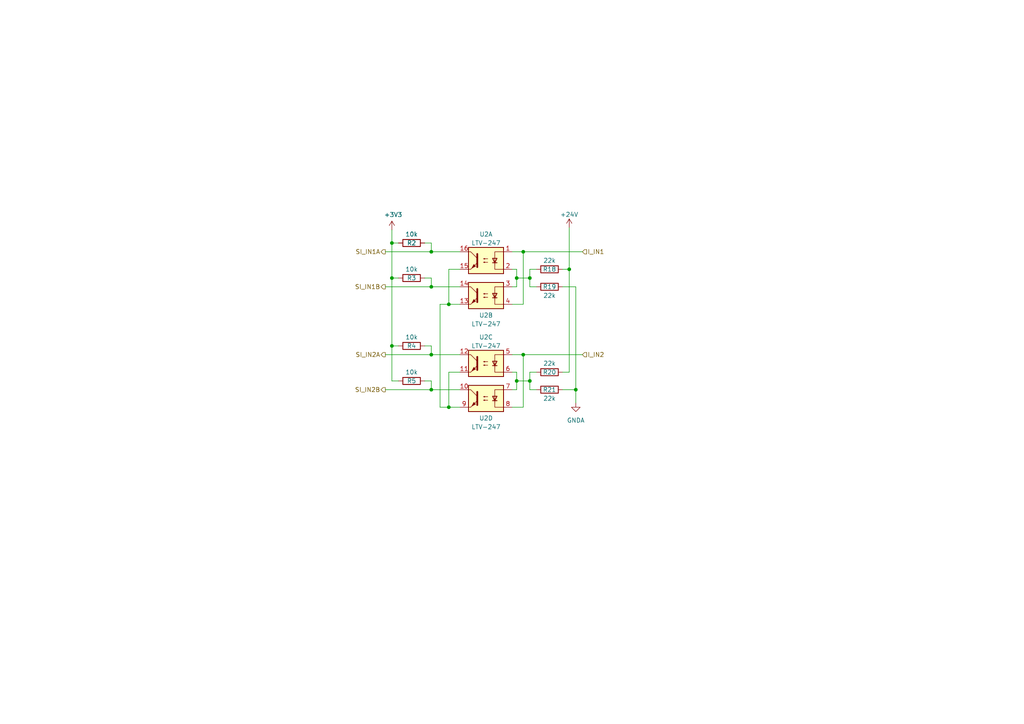
<source format=kicad_sch>
(kicad_sch (version 20230121) (generator eeschema)
  (paper "A4")
  (lib_symbols
    (symbol "Device:R" (pin_numbers hide) (pin_names (offset 0))
      (property "Reference" "R" (at 2.032 0 90))
      (property "Value" "R" (at 0 0 90))
      (symbol "R_0_1"
        (rectangle (start -1.016 -2.54) (end 1.016 2.54) (stroke (width 0.254)))
      )
      (symbol "R_1_1"
        (pin passive line (at 0 3.81 270) (length 1.27) (name "~") (number "1"))
        (pin passive line (at 0 -3.81 90) (length 1.27) (name "~") (number "2"))
      )
    )
    (symbol "Isolator:LTV-247"
      (property "Reference" "U" (at -5.08 5.08 0))
      (property "Value" "LTV-247" (at 0 5.08 0))
      (symbol "LTV-247_0_1"
        (rectangle (start -5.08 3.81) (end 5.08 -3.81) (stroke (width 0.254)) (fill (type background)))
        (polyline (pts (xy -3.175 -0.635) (xy -1.905 -0.635)) (stroke (width 0.254)))
        (polyline (pts (xy 2.54 0.635) (xy 4.445 2.54)))
        (polyline (pts (xy 4.445 -2.54) (xy 2.54 -0.635)) (fill (type outline)))
        (polyline (pts (xy 4.445 -2.54) (xy 5.08 -2.54)))
        (polyline (pts (xy 4.445 2.54) (xy 5.08 2.54)))
        (polyline (pts (xy -2.54 -0.635) (xy -2.54 -2.54) (xy -5.08 -2.54)))
        (polyline (pts (xy 2.54 1.905) (xy 2.54 -1.905) (xy 2.54 -1.905)) (stroke (width 0.508)))
        (polyline (pts (xy -5.08 2.54) (xy -2.54 2.54) (xy -2.54 -1.27) (xy -2.54 0.635)))
        (polyline (pts (xy -2.54 -0.635) (xy -3.175 0.635) (xy -1.905 0.635) (xy -2.54 -0.635)) (stroke (width 0.254)))
        (polyline (pts (xy -0.508 -0.508) (xy 0.762 -0.508) (xy 0.381 -0.635) (xy 0.381 -0.381) (xy 0.762 -0.508)))
        (polyline (pts (xy -0.508 0.508) (xy 0.762 0.508) (xy 0.381 0.381) (xy 0.381 0.635) (xy 0.762 0.508)))
        (polyline (pts (xy 3.048 -1.651) (xy 3.556 -1.143) (xy 4.064 -2.159) (xy 3.048 -1.651) (xy 3.048 -1.651)) (fill (type outline)))
      )
      (symbol "LTV-247_1_1"
        (pin passive line (at -7.62 2.54 0) (length 2.54) (name "~") (number "1"))
        (pin passive line (at 7.62 -2.54 180) (length 2.54) (name "~") (number "15"))
        (pin passive line (at 7.62 2.54 180) (length 2.54) (name "~") (number "16"))
        (pin passive line (at -7.62 -2.54 0) (length 2.54) (name "~") (number "2"))
      )
      (symbol "LTV-247_2_1"
        (pin passive line (at 7.62 -2.54 180) (length 2.54) (name "~") (number "13"))
        (pin passive line (at 7.62 2.54 180) (length 2.54) (name "~") (number "14"))
        (pin passive line (at -7.62 2.54 0) (length 2.54) (name "~") (number "3"))
        (pin passive line (at -7.62 -2.54 0) (length 2.54) (name "~") (number "4"))
      )
      (symbol "LTV-247_3_1"
        (pin passive line (at 7.62 -2.54 180) (length 2.54) (name "~") (number "11"))
        (pin passive line (at 7.62 2.54 180) (length 2.54) (name "~") (number "12"))
        (pin passive line (at -7.62 2.54 0) (length 2.54) (name "~") (number "5"))
        (pin passive line (at -7.62 -2.54 0) (length 2.54) (name "~") (number "6"))
      )
      (symbol "LTV-247_4_1"
        (pin passive line (at 7.62 2.54 180) (length 2.54) (name "~") (number "10"))
        (pin passive line (at -7.62 2.54 0) (length 2.54) (name "~") (number "7"))
        (pin passive line (at -7.62 -2.54 0) (length 2.54) (name "~") (number "8"))
        (pin passive line (at 7.62 -2.54 180) (length 2.54) (name "~") (number "9"))
      )
    )
    (symbol "door_if3_usb-rescue:+3.3V-power" (power) (pin_names (offset 0))
      (property "Value" "+3.3V-power" (at 0 3.556 0))
      (symbol "+3.3V-power_0_1"
        (polyline (pts (xy -0.762 1.27) (xy 0 2.54)))
        (polyline (pts (xy 0 0) (xy 0 2.54)))
        (polyline (pts (xy 0 2.54) (xy 0.762 1.27)))
      )
      (symbol "+3.3V-power_1_1"
        (pin power_in line (at 0 0 90) (length 0) hide (name "+3V3") (number "1"))
      )
    )
    (symbol "power:+24V" (power) (pin_names (offset 0))
      (property "Value" "+24V" (at 0 3.556 0))
      (symbol "+24V_0_1"
        (polyline (pts (xy -0.762 1.27) (xy 0 2.54)))
        (polyline (pts (xy 0 0) (xy 0 2.54)))
        (polyline (pts (xy 0 2.54) (xy 0.762 1.27)))
      )
      (symbol "+24V_1_1"
        (pin power_in line (at 0 0 90) (length 0) hide (name "+24V") (number "1"))
      )
    )
    (symbol "power:GNDA" (power) (pin_names (offset 0))
      (property "Value" "GNDA" (at 0 -3.81 0))
      (symbol "GNDA_0_1"
        (polyline (pts (xy 0 0) (xy 0 -1.27) (xy 1.27 -1.27) (xy 0 -2.54) (xy -1.27 -1.27) (xy 0 -1.27)))
      )
      (symbol "GNDA_1_1"
        (pin power_in line (at 0 0 270) (length 0) hide (name "GNDA") (number "1"))
      )
    )
  )
  (junction (at 153.67 80.645))
  (junction (at 151.765 73.025))
  (junction (at 130.175 118.11))
  (junction (at 165.1 78.105))
  (junction (at 125.095 73.025))
  (junction (at 151.765 102.87))
  (junction (at 153.67 110.49))
  (junction (at 125.095 83.185))
  (junction (at 167.005 113.03))
  (junction (at 149.86 110.49))
  (junction (at 125.095 113.03))
  (junction (at 149.86 80.645))
  (junction (at 130.175 88.265))
  (junction (at 125.095 102.87))
  (junction (at 113.665 100.33))
  (junction (at 113.665 70.485))
  (junction (at 113.665 80.645))
  (wire (pts (xy 149.86 107.95) (xy 148.59 107.95)))
  (wire (pts (xy 149.86 78.105) (xy 148.59 78.105)))
  (wire (pts (xy 127.635 88.265) (xy 127.635 118.11)))
  (wire (pts (xy 163.195 107.95) (xy 165.1 107.95)))
  (wire (pts (xy 167.005 113.03) (xy 163.195 113.03)))
  (wire (pts (xy 149.86 110.49) (xy 153.67 110.49)))
  (wire (pts (xy 153.67 107.95) (xy 153.67 110.49)))
  (wire (pts (xy 149.86 113.03) (xy 149.86 110.49)))
  (wire (pts (xy 167.005 83.185) (xy 163.195 83.185)))
  (wire (pts (xy 153.67 83.185) (xy 155.575 83.185)))
  (wire (pts (xy 149.86 80.645) (xy 153.67 80.645)))
  (wire (pts (xy 155.575 78.105) (xy 153.67 78.105)))
  (wire (pts (xy 111.76 102.87) (xy 125.095 102.87)))
  (wire (pts (xy 153.67 110.49) (xy 153.67 113.03)))
  (wire (pts (xy 130.175 118.11) (xy 133.35 118.11)))
  (wire (pts (xy 148.59 88.265) (xy 151.765 88.265)))
  (wire (pts (xy 125.095 100.33) (xy 125.095 102.87)))
  (wire (pts (xy 123.19 80.645) (xy 125.095 80.645)))
  (wire (pts (xy 149.86 110.49) (xy 149.86 107.95)))
  (wire (pts (xy 151.765 102.87) (xy 148.59 102.87)))
  (wire (pts (xy 113.665 70.485) (xy 115.57 70.485)))
  (wire (pts (xy 163.195 78.105) (xy 165.1 78.105)))
  (wire (pts (xy 127.635 118.11) (xy 130.175 118.11)))
  (wire (pts (xy 125.095 80.645) (xy 125.095 83.185)))
  (wire (pts (xy 125.095 113.03) (xy 133.35 113.03)))
  (wire (pts (xy 113.665 110.49) (xy 113.665 100.33)))
  (wire (pts (xy 148.59 113.03) (xy 149.86 113.03)))
  (wire (pts (xy 123.19 110.49) (xy 125.095 110.49)))
  (wire (pts (xy 130.175 107.95) (xy 133.35 107.95)))
  (wire (pts (xy 111.76 83.185) (xy 125.095 83.185)))
  (wire (pts (xy 153.67 113.03) (xy 155.575 113.03)))
  (wire (pts (xy 148.59 83.185) (xy 149.86 83.185)))
  (wire (pts (xy 153.67 80.645) (xy 153.67 83.185)))
  (wire (pts (xy 113.665 80.645) (xy 113.665 70.485)))
  (wire (pts (xy 113.665 80.645) (xy 113.665 100.33)))
  (wire (pts (xy 155.575 107.95) (xy 153.67 107.95)))
  (wire (pts (xy 113.665 66.675) (xy 113.665 70.485)))
  (wire (pts (xy 165.1 78.105) (xy 165.1 66.04)))
  (wire (pts (xy 113.665 100.33) (xy 115.57 100.33)))
  (wire (pts (xy 151.765 102.87) (xy 168.91 102.87)))
  (wire (pts (xy 115.57 110.49) (xy 113.665 110.49)))
  (wire (pts (xy 167.005 113.03) (xy 167.005 116.84)))
  (wire (pts (xy 111.76 113.03) (xy 125.095 113.03)))
  (wire (pts (xy 151.765 73.025) (xy 168.91 73.025)))
  (wire (pts (xy 125.095 70.485) (xy 125.095 73.025)))
  (wire (pts (xy 130.175 107.95) (xy 130.175 118.11)))
  (wire (pts (xy 149.86 80.645) (xy 149.86 78.105)))
  (wire (pts (xy 111.76 73.025) (xy 125.095 73.025)))
  (wire (pts (xy 125.095 110.49) (xy 125.095 113.03)))
  (wire (pts (xy 167.005 83.185) (xy 167.005 113.03)))
  (wire (pts (xy 165.1 78.105) (xy 165.1 107.95)))
  (wire (pts (xy 125.095 70.485) (xy 123.19 70.485)))
  (wire (pts (xy 151.765 73.025) (xy 148.59 73.025)))
  (wire (pts (xy 148.59 118.11) (xy 151.765 118.11)))
  (wire (pts (xy 125.095 83.185) (xy 133.35 83.185)))
  (wire (pts (xy 127.635 88.265) (xy 130.175 88.265)))
  (wire (pts (xy 153.67 78.105) (xy 153.67 80.645)))
  (wire (pts (xy 125.095 100.33) (xy 123.19 100.33)))
  (wire (pts (xy 130.175 78.105) (xy 130.175 88.265)))
  (wire (pts (xy 151.765 118.11) (xy 151.765 102.87)))
  (wire (pts (xy 151.765 88.265) (xy 151.765 73.025)))
  (wire (pts (xy 130.175 78.105) (xy 133.35 78.105)))
  (wire (pts (xy 130.175 88.265) (xy 133.35 88.265)))
  (wire (pts (xy 115.57 80.645) (xy 113.665 80.645)))
  (wire (pts (xy 149.86 83.185) (xy 149.86 80.645)))
  (wire (pts (xy 133.35 102.87) (xy 125.095 102.87)))
  (wire (pts (xy 133.35 73.025) (xy 125.095 73.025)))
  (hierarchical_label "SI_IN1A" (shape output) (at 111.76 73.025 180))
  (hierarchical_label "SI_IN2B" (shape output) (at 111.76 113.03 180))
  (hierarchical_label "I_IN1" (shape input) (at 168.91 73.025 0))
  (hierarchical_label "I_IN2" (shape input) (at 168.91 102.87 0))
  (hierarchical_label "SI_IN1B" (shape output) (at 111.76 83.185 180))
  (hierarchical_label "SI_IN2A" (shape output) (at 111.76 102.87 180))
  (symbol (lib_id "power:+24V") (at 165.1 66.04 0) (unit 1)
    (property "Reference" "#PWR014" (effects hide))
    (property "Value" "+24V" (at 165.1 62.23 0))
    (instances (project "door_if4_usb" (path "" (reference "#PWR014") (unit 1)) (path "" (reference "#PWR029") (unit 1)) (path "" (reference "#PWR063") (unit 1)) (path "" (reference "#PWR065") (unit 1)) (path "" (reference "#PWR067") (unit 1))))
  )
  (symbol (lib_id "Device:R") (at 159.385 107.95 90) (unit 1)
    (property "Reference" "R20" (at 159.385 107.95 90))
    (property "Value" "22k" (at 159.385 105.41 90))
    (property "Footprint" "Resistor_SMD:R_0402_1005Metric" (effects hide))
    (instances (project "door_if4_usb" (path "" (reference "R20") (unit 1)) (path "" (reference "R20") (unit 1)) (path "" (reference "R52") (unit 1)) (path "" (reference "R60") (unit 1)) (path "" (reference "R68") (unit 1))))
  )
  (symbol (lib_id "Device:R") (at 159.385 113.03 90) (mirror x) (unit 1)
    (property "Reference" "R21" (at 159.385 113.03 90))
    (property "Value" "22k" (at 159.385 115.57 90))
    (property "Footprint" "Resistor_SMD:R_0402_1005Metric" (effects hide))
    (instances (project "door_if4_usb" (path "" (reference "R21") (unit 1)) (path "" (reference "R21") (unit 1)) (path "" (reference "R53") (unit 1)) (path "" (reference "R61") (unit 1)) (path "" (reference "R69") (unit 1))))
  )
  (symbol (lib_id "power:GNDA") (at 167.005 116.84 0) (unit 1)
    (property "Reference" "#PWR070" (effects hide))
    (property "Value" "GNDA" (at 167.005 121.92 0))
    (instances (project "door_if4_usb" (path "" (reference "#PWR070") (unit 1)) (path "" (reference "#PWR071") (unit 1)) (path "" (reference "#PWR072") (unit 1)) (path "" (reference "#PWR073") (unit 1))))
  )
  (symbol (lib_id "Isolator:LTV-247") (at 140.97 85.725 0) (mirror y) (unit 2)
    (property "Reference" "U2" (at 140.97 91.44 0))
    (property "Value" "LTV-247" (at 140.97 93.98 0))
    (property "Footprint" "Package_SO:SOP-16_4.4x10.4mm_P1.27mm" (effects hide))
    (property "Datasheet" "http://optoelectronics.liteon.com/upload/download/DS70-2009-0014/LTV-2X7%20sereis%20Mar17.PDF" (effects hide))
    (instances (project "door_if4_usb" (path "" (reference "U2") (unit 2)) (path "" (reference "U3") (unit 2)) (path "" (reference "U6") (unit 2)) (path "" (reference "U7") (unit 2)) (path "" (reference "U8") (unit 2))))
  )
  (symbol (lib_id "Isolator:LTV-247") (at 140.97 105.41 0) (mirror y) (unit 3)
    (property "Reference" "U2" (at 140.97 97.79 0))
    (property "Value" "LTV-247" (at 140.97 100.33 0))
    (property "Footprint" "Package_SO:SOP-16_4.4x10.4mm_P1.27mm" (effects hide))
    (property "Datasheet" "http://optoelectronics.liteon.com/upload/download/DS70-2009-0014/LTV-2X7%20sereis%20Mar17.PDF" (effects hide))
    (instances (project "door_if4_usb" (path "" (reference "U2") (unit 3)) (path "" (reference "U3") (unit 3)) (path "" (reference "U6") (unit 3)) (path "" (reference "U7") (unit 3)) (path "" (reference "U8") (unit 3))))
  )
  (symbol (lib_id "Isolator:LTV-247") (at 140.97 115.57 0) (mirror y) (unit 4)
    (property "Reference" "U2" (at 140.97 121.285 0))
    (property "Value" "LTV-247" (at 140.97 123.825 0))
    (property "Footprint" "Package_SO:SOP-16_4.4x10.4mm_P1.27mm" (effects hide))
    (property "Datasheet" "http://optoelectronics.liteon.com/upload/download/DS70-2009-0014/LTV-2X7%20sereis%20Mar17.PDF" (effects hide))
    (instances (project "door_if4_usb" (path "" (reference "U2") (unit 4)) (path "" (reference "U3") (unit 4)) (path "" (reference "U6") (unit 4)) (path "" (reference "U7") (unit 4)) (path "" (reference "U8") (unit 4))))
  )
  (symbol (lib_id "Device:R") (at 119.38 70.485 90) (unit 1)
    (property "Reference" "R2" (at 119.38 70.485 90))
    (property "Value" "10k" (at 119.38 67.945 90))
    (property "Footprint" "Resistor_SMD:R_0402_1005Metric" (effects hide))
    (instances (project "door_if4_usb" (path "" (reference "R2") (unit 1)) (path "" (reference "R14") (unit 1)) (path "" (reference "R46") (unit 1)) (path "" (reference "R54") (unit 1)) (path "" (reference "R62") (unit 1))))
  )
  (symbol (lib_id "door_if3_usb-rescue:+3.3V-power") (at 113.665 66.675 0) (unit 1)
    (property "Reference" "#PWR012" (effects hide))
    (property "Value" "+3.3V" (at 114.046 62.2808 0))
    (instances (project "door_if4_usb" (path "" (reference "#PWR012") (unit 1)) (path "" (reference "#PWR028") (unit 1)) (path "" (reference "#PWR062") (unit 1)) (path "" (reference "#PWR064") (unit 1)) (path "" (reference "#PWR066") (unit 1))))
  )
  (symbol (lib_id "Device:R") (at 159.385 78.105 90) (unit 1)
    (property "Reference" "R18" (at 159.385 78.105 90))
    (property "Value" "22k" (at 159.385 75.565 90))
    (property "Footprint" "Resistor_SMD:R_0402_1005Metric" (effects hide))
    (instances (project "door_if4_usb" (path "" (reference "R18") (unit 1)) (path "" (reference "R18") (unit 1)) (path "" (reference "R50") (unit 1)) (path "" (reference "R58") (unit 1)) (path "" (reference "R66") (unit 1))))
  )
  (symbol (lib_id "Device:R") (at 119.38 100.33 90) (unit 1)
    (property "Reference" "R4" (at 119.38 100.33 90))
    (property "Value" "10k" (at 119.38 97.79 90))
    (property "Footprint" "Resistor_SMD:R_0402_1005Metric" (effects hide))
    (instances (project "door_if4_usb" (path "" (reference "R4") (unit 1)) (path "" (reference "R16") (unit 1)) (path "" (reference "R48") (unit 1)) (path "" (reference "R56") (unit 1)) (path "" (reference "R64") (unit 1))))
  )
  (symbol (lib_id "Isolator:LTV-247") (at 140.97 75.565 0) (mirror y) (unit 1)
    (property "Reference" "U2" (at 140.97 67.945 0))
    (property "Value" "LTV-247" (at 140.97 70.485 0))
    (property "Footprint" "Package_SO:SOP-16_4.4x10.4mm_P1.27mm" (effects hide))
    (property "Datasheet" "http://optoelectronics.liteon.com/upload/download/DS70-2009-0014/LTV-2X7%20sereis%20Mar17.PDF" (effects hide))
    (instances (project "door_if4_usb" (path "" (reference "U2") (unit 1)) (path "" (reference "U3") (unit 1)) (path "" (reference "U6") (unit 1)) (path "" (reference "U7") (unit 1)) (path "" (reference "U8") (unit 1))))
  )
  (symbol (lib_id "Device:R") (at 159.385 83.185 90) (mirror x) (unit 1)
    (property "Reference" "R19" (at 159.385 83.185 90))
    (property "Value" "22k" (at 159.385 85.725 90))
    (property "Footprint" "Resistor_SMD:R_0402_1005Metric" (effects hide))
    (instances (project "door_if4_usb" (path "" (reference "R19") (unit 1)) (path "" (reference "R19") (unit 1)) (path "" (reference "R51") (unit 1)) (path "" (reference "R59") (unit 1)) (path "" (reference "R67") (unit 1))))
  )
  (symbol (lib_id "Device:R") (at 119.38 110.49 90) (unit 1)
    (property "Reference" "R5" (at 119.38 110.49 90))
    (property "Value" "10k" (at 119.38 107.95 90))
    (property "Footprint" "Resistor_SMD:R_0402_1005Metric" (effects hide))
    (instances (project "door_if4_usb" (path "" (reference "R5") (unit 1)) (path "" (reference "R17") (unit 1)) (path "" (reference "R49") (unit 1)) (path "" (reference "R57") (unit 1)) (path "" (reference "R65") (unit 1))))
  )
  (symbol (lib_id "Device:R") (at 119.38 80.645 90) (unit 1)
    (property "Reference" "R3" (at 119.38 80.645 90))
    (property "Value" "10k" (at 119.38 78.105 90))
    (property "Footprint" "Resistor_SMD:R_0402_1005Metric" (effects hide))
    (instances (project "door_if4_usb" (path "" (reference "R3") (unit 1)) (path "" (reference "R15") (unit 1)) (path "" (reference "R47") (unit 1)) (path "" (reference "R55") (unit 1)) (path "" (reference "R63") (unit 1))))
  )
)
</source>
